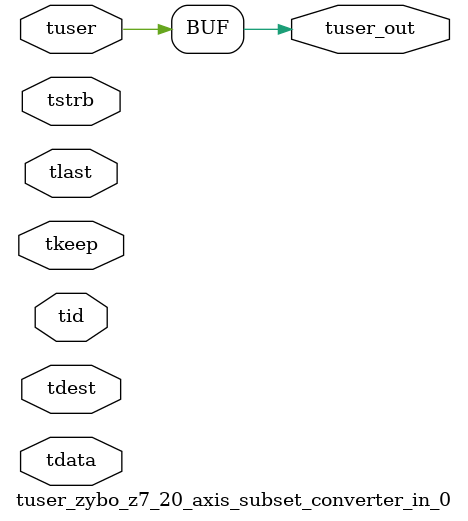
<source format=v>


`timescale 1ps/1ps

module tuser_zybo_z7_20_axis_subset_converter_in_0 #
(
parameter C_S_AXIS_TUSER_WIDTH = 1,
parameter C_S_AXIS_TDATA_WIDTH = 32,
parameter C_S_AXIS_TID_WIDTH   = 0,
parameter C_S_AXIS_TDEST_WIDTH = 0,
parameter C_M_AXIS_TUSER_WIDTH = 1
)
(
input  [(C_S_AXIS_TUSER_WIDTH == 0 ? 1 : C_S_AXIS_TUSER_WIDTH)-1:0     ] tuser,
input  [(C_S_AXIS_TDATA_WIDTH == 0 ? 1 : C_S_AXIS_TDATA_WIDTH)-1:0     ] tdata,
input  [(C_S_AXIS_TID_WIDTH   == 0 ? 1 : C_S_AXIS_TID_WIDTH)-1:0       ] tid,
input  [(C_S_AXIS_TDEST_WIDTH == 0 ? 1 : C_S_AXIS_TDEST_WIDTH)-1:0     ] tdest,
input  [(C_S_AXIS_TDATA_WIDTH/8)-1:0 ] tkeep,
input  [(C_S_AXIS_TDATA_WIDTH/8)-1:0 ] tstrb,
input                                                                    tlast,
output [C_M_AXIS_TUSER_WIDTH-1:0] tuser_out
);

assign tuser_out = {tuser[0:0]};

endmodule


</source>
